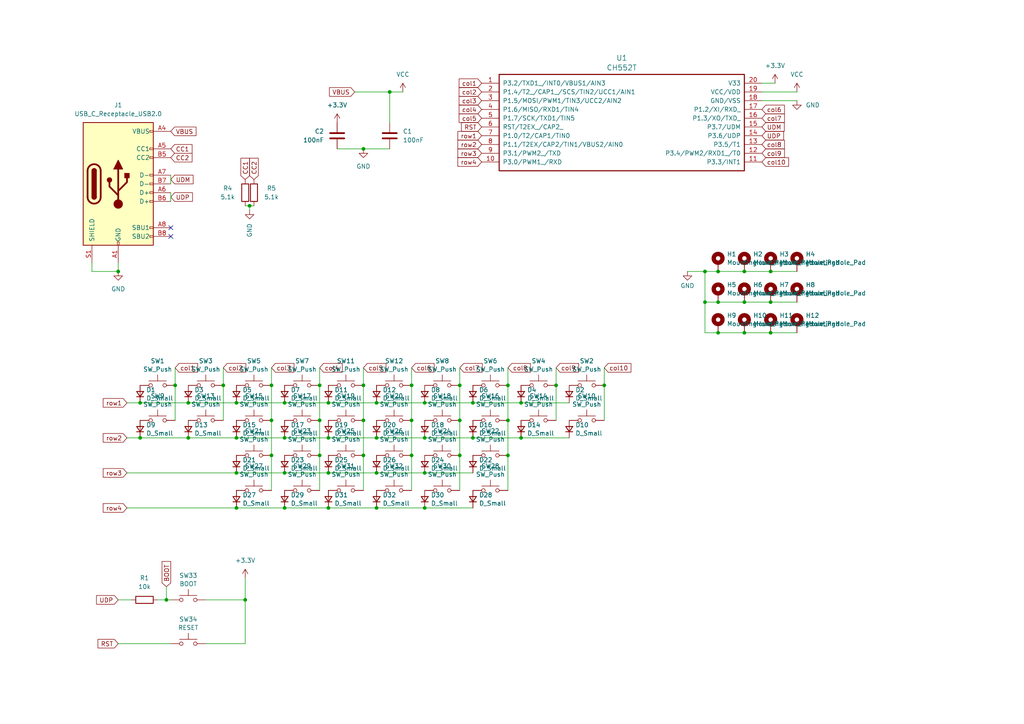
<source format=kicad_sch>
(kicad_sch (version 20230121) (generator eeschema)
  (paper "A4")
  (lib_symbols
    (symbol "Connector:USB_C_Receptacle_USB2.0" (pin_names (offset 1.016))
      (property "Reference" "J" (at -10.16 19.05 0))
      (property "Value" "USB_C_Receptacle_USB2.0" (at 19.05 19.05 0))
      (symbol "USB_C_Receptacle_USB2.0_0_0"
        (rectangle (start -0.254 -17.78) (end 0.254 -16.764))
        (rectangle (start 10.16 -14.986) (end 9.144 -15.494))
        (rectangle (start 10.16 -12.446) (end 9.144 -12.954))
        (rectangle (start 10.16 -4.826) (end 9.144 -5.334))
        (rectangle (start 10.16 -2.286) (end 9.144 -2.794))
        (rectangle (start 10.16 0.254) (end 9.144 -0.254))
        (rectangle (start 10.16 2.794) (end 9.144 2.286))
        (rectangle (start 10.16 7.874) (end 9.144 7.366))
        (rectangle (start 10.16 10.414) (end 9.144 9.906))
        (rectangle (start 10.16 15.494) (end 9.144 14.986))
      )
      (symbol "USB_C_Receptacle_USB2.0_0_1"
        (rectangle (start -10.16 17.78) (end 10.16 -17.78) (stroke (width 0.254)) (fill (type background)))
        (arc (start -8.89 -3.81) (mid -6.985 -5.7067) (end -5.08 -3.81) (stroke (width 0.508)))
        (arc (start -7.62 -3.81) (mid -6.985 -4.4423) (end -6.35 -3.81) (stroke (width 0.254)))
        (arc (start -7.62 -3.81) (mid -6.985 -4.4423) (end -6.35 -3.81) (stroke (width 0.254)) (fill (type outline)))
        (rectangle (start -7.62 -3.81) (end -6.35 3.81) (stroke (width 0.254)) (fill (type outline)))
        (arc (start -6.35 3.81) (mid -6.985 4.4423) (end -7.62 3.81) (stroke (width 0.254)))
        (arc (start -6.35 3.81) (mid -6.985 4.4423) (end -7.62 3.81) (stroke (width 0.254)) (fill (type outline)))
        (arc (start -5.08 3.81) (mid -6.985 5.7067) (end -8.89 3.81) (stroke (width 0.508)))
        (circle (center -2.54 1.143) (radius 0.635) (stroke (width 0.254)) (fill (type outline)))
        (circle (center 0 -5.842) (radius 1.27) (fill (type outline)))
        (polyline (pts (xy -8.89 -3.81) (xy -8.89 3.81)) (stroke (width 0.508)))
        (polyline (pts (xy -5.08 3.81) (xy -5.08 -3.81)) (stroke (width 0.508)))
        (polyline (pts (xy 0 -5.842) (xy 0 4.318)) (stroke (width 0.508)))
        (polyline (pts (xy 0 -3.302) (xy -2.54 -0.762) (xy -2.54 0.508)) (stroke (width 0.508)))
        (polyline (pts (xy 0 -2.032) (xy 2.54 0.508) (xy 2.54 1.778)) (stroke (width 0.508)))
        (polyline (pts (xy -1.27 4.318) (xy 0 6.858) (xy 1.27 4.318) (xy -1.27 4.318)) (stroke (width 0.254)) (fill (type outline)))
        (rectangle (start 1.905 1.778) (end 3.175 3.048) (stroke (width 0.254)) (fill (type outline)))
      )
      (symbol "USB_C_Receptacle_USB2.0_1_1"
        (pin passive line (at 0 -22.86 90) (length 5.08) (name "GND") (number "A1"))
        (pin passive line (at 0 -22.86 90) (length 5.08) hide (name "GND") (number "A12"))
        (pin passive line (at 15.24 15.24 180) (length 5.08) (name "VBUS") (number "A4"))
        (pin bidirectional line (at 15.24 10.16 180) (length 5.08) (name "CC1") (number "A5"))
        (pin bidirectional line (at 15.24 -2.54 180) (length 5.08) (name "D+") (number "A6"))
        (pin bidirectional line (at 15.24 2.54 180) (length 5.08) (name "D-") (number "A7"))
        (pin bidirectional line (at 15.24 -12.7 180) (length 5.08) (name "SBU1") (number "A8"))
        (pin passive line (at 15.24 15.24 180) (length 5.08) hide (name "VBUS") (number "A9"))
        (pin passive line (at 0 -22.86 90) (length 5.08) hide (name "GND") (number "B1"))
        (pin passive line (at 0 -22.86 90) (length 5.08) hide (name "GND") (number "B12"))
        (pin passive line (at 15.24 15.24 180) (length 5.08) hide (name "VBUS") (number "B4"))
        (pin bidirectional line (at 15.24 7.62 180) (length 5.08) (name "CC2") (number "B5"))
        (pin bidirectional line (at 15.24 -5.08 180) (length 5.08) (name "D+") (number "B6"))
        (pin bidirectional line (at 15.24 0 180) (length 5.08) (name "D-") (number "B7"))
        (pin bidirectional line (at 15.24 -15.24 180) (length 5.08) (name "SBU2") (number "B8"))
        (pin passive line (at 15.24 15.24 180) (length 5.08) hide (name "VBUS") (number "B9"))
        (pin passive line (at -7.62 -22.86 90) (length 5.08) (name "SHIELD") (number "S1"))
      )
    )
    (symbol "Device:C" (pin_numbers hide) (pin_names (offset 0.254))
      (property "Reference" "C" (at 0.635 2.54 0))
      (property "Value" "C" (at 0.635 -2.54 0))
      (symbol "C_0_1"
        (polyline (pts (xy -2.032 -0.762) (xy 2.032 -0.762)) (stroke (width 0.508)))
        (polyline (pts (xy -2.032 0.762) (xy 2.032 0.762)) (stroke (width 0.508)))
      )
      (symbol "C_1_1"
        (pin passive line (at 0 3.81 270) (length 2.794) (name "~") (number "1"))
        (pin passive line (at 0 -3.81 90) (length 2.794) (name "~") (number "2"))
      )
    )
    (symbol "Device:D_Small" (pin_numbers hide) (pin_names (offset 0.254) hide)
      (property "Reference" "D" (at -1.27 2.032 0))
      (property "Value" "D_Small" (at -3.81 -2.032 0))
      (symbol "D_Small_0_1"
        (polyline (pts (xy -0.762 -1.016) (xy -0.762 1.016)) (stroke (width 0.254)))
        (polyline (pts (xy -0.762 0) (xy 0.762 0)))
        (polyline (pts (xy 0.762 -1.016) (xy -0.762 0) (xy 0.762 1.016) (xy 0.762 -1.016)) (stroke (width 0.254)))
      )
      (symbol "D_Small_1_1"
        (pin passive line (at -2.54 0 0) (length 1.778) (name "K") (number "1"))
        (pin passive line (at 2.54 0 180) (length 1.778) (name "A") (number "2"))
      )
    )
    (symbol "Device:R" (pin_numbers hide) (pin_names (offset 0))
      (property "Reference" "R" (at 2.032 0 90))
      (property "Value" "R" (at 0 0 90))
      (symbol "R_0_1"
        (rectangle (start -1.016 -2.54) (end 1.016 2.54) (stroke (width 0.254)))
      )
      (symbol "R_1_1"
        (pin passive line (at 0 3.81 270) (length 1.27) (name "~") (number "1"))
        (pin passive line (at 0 -3.81 90) (length 1.27) (name "~") (number "2"))
      )
    )
    (symbol "Mechanical:MountingHole_Pad" (pin_numbers hide) (pin_names (offset 1.016) hide)
      (property "Reference" "H" (at 0 6.35 0))
      (property "Value" "MountingHole_Pad" (at 0 4.445 0))
      (symbol "MountingHole_Pad_0_1"
        (circle (center 0 1.27) (radius 1.27) (stroke (width 1.27)))
      )
      (symbol "MountingHole_Pad_1_1"
        (pin input line (at 0 -2.54 90) (length 2.54) (name "1") (number "1"))
      )
    )
    (symbol "Switch:SW_Push" (pin_numbers hide) (pin_names (offset 1.016) hide)
      (property "Reference" "SW" (at 1.27 2.54 0))
      (property "Value" "SW_Push" (at 0 -1.524 0))
      (symbol "SW_Push_0_1"
        (circle (center -2.032 0) (radius 0.508))
        (polyline (pts (xy 0 1.27) (xy 0 3.048)))
        (polyline (pts (xy 2.54 1.27) (xy -2.54 1.27)))
        (circle (center 2.032 0) (radius 0.508))
        (pin passive line (at -5.08 0 0) (length 2.54) (name "1") (number "1"))
        (pin passive line (at 5.08 0 180) (length 2.54) (name "2") (number "2"))
      )
    )
    (symbol "power:+3.3V" (power) (pin_names (offset 0))
      (property "Value" "+3.3V" (at 0 3.556 0))
      (symbol "+3.3V_0_1"
        (polyline (pts (xy -0.762 1.27) (xy 0 2.54)))
        (polyline (pts (xy 0 0) (xy 0 2.54)))
        (polyline (pts (xy 0 2.54) (xy 0.762 1.27)))
      )
      (symbol "+3.3V_1_1"
        (pin power_in line (at 0 0 90) (length 0) hide (name "+3.3V") (number "1"))
      )
    )
    (symbol "power:GND" (power) (pin_names (offset 0))
      (property "Value" "GND" (at 0 -3.81 0))
      (symbol "GND_0_1"
        (polyline (pts (xy 0 0) (xy 0 -1.27) (xy 1.27 -1.27) (xy 0 -2.54) (xy -1.27 -1.27) (xy 0 -1.27)))
      )
      (symbol "GND_1_1"
        (pin power_in line (at 0 0 270) (length 0) hide (name "GND") (number "1"))
      )
    )
    (symbol "power:VCC" (power) (pin_names (offset 0))
      (property "Value" "VCC" (at 0 3.81 0))
      (symbol "VCC_0_1"
        (polyline (pts (xy -0.762 1.27) (xy 0 2.54)))
        (polyline (pts (xy 0 0) (xy 0 2.54)))
        (polyline (pts (xy 0 2.54) (xy 0.762 1.27)))
      )
      (symbol "VCC_1_1"
        (pin power_in line (at 0 0 90) (length 0) hide (name "VCC") (number "1"))
      )
    )
    (symbol "wch:CH552T" (pin_names (offset 1.016))
      (property "Reference" "U" (at 5.08 6.35 0))
      (property "Value" "CH552T" (at 5.08 3.81 0))
      (symbol "CH552T_1_1"
        (rectangle (start 5.08 2.54) (end 76.2 -25.4) (stroke (width 0.3048)))
        (pin bidirectional line (at 0 0 0) (length 5.08) (name "P3.2/TXD1_/INT0/VBUS1/AIN3") (number "1"))
        (pin bidirectional line (at 0 -22.86 0) (length 5.08) (name "P3.0/PWM1_/RXD") (number "10"))
        (pin bidirectional line (at 81.28 -22.86 180) (length 5.08) (name "P3.3/INT1") (number "11"))
        (pin bidirectional line (at 81.28 -20.32 180) (length 5.08) (name "P3.4/PWM2/RXD1_/T0") (number "12"))
        (pin bidirectional line (at 81.28 -17.78 180) (length 5.08) (name "P3.5/T1") (number "13"))
        (pin bidirectional line (at 81.28 -15.24 180) (length 5.08) (name "P3.6/UDP") (number "14"))
        (pin bidirectional line (at 81.28 -12.7 180) (length 5.08) (name "P3.7/UDM") (number "15"))
        (pin bidirectional line (at 81.28 -10.16 180) (length 5.08) (name "P1.3/XO/TXD_") (number "16"))
        (pin bidirectional line (at 81.28 -7.62 180) (length 5.08) (name "P1.2/XI/RXD_") (number "17"))
        (pin power_in line (at 81.28 -5.08 180) (length 5.08) (name "GND/VSS") (number "18"))
        (pin power_in line (at 81.28 -2.54 180) (length 5.08) (name "VCC/VDD") (number "19"))
        (pin bidirectional line (at 0 -2.54 0) (length 5.08) (name "P1.4/T2_/CAP1_/SCS/TIN2/UCC1/AIN1") (number "2"))
        (pin power_in line (at 81.28 0 180) (length 5.08) (name "V33") (number "20"))
        (pin bidirectional line (at 0 -5.08 0) (length 5.08) (name "P1.5/MOSI/PWM1/TIN3/UCC2/AIN2") (number "3"))
        (pin bidirectional line (at 0 -7.62 0) (length 5.08) (name "P1.6/MISO/RXD1/TIN4") (number "4"))
        (pin bidirectional line (at 0 -10.16 0) (length 5.08) (name "P1.7/SCK/TXD1/TIN5") (number "5"))
        (pin bidirectional line (at 0 -12.7 0) (length 5.08) (name "RST/T2EX_/CAP2_") (number "6"))
        (pin bidirectional line (at 0 -15.24 0) (length 5.08) (name "P1.0/T2/CAP1/TIN0") (number "7"))
        (pin bidirectional line (at 0 -17.78 0) (length 5.08) (name "P1.1/T2EX/CAP2/TIN1/VBUS2/AIN0") (number "8"))
        (pin bidirectional line (at 0 -20.32 0) (length 5.08) (name "P3.1/PWM2_/TXD") (number "9"))
      )
    )
  )
  (junction (at 105.41 111.76))
  (junction (at 137.16 127))
  (junction (at 92.71 111.76))
  (junction (at 123.19 147.32))
  (junction (at 109.22 147.32))
  (junction (at 223.52 96.52))
  (junction (at 109.22 116.84))
  (junction (at 92.71 121.92))
  (junction (at 78.74 132.08))
  (junction (at 50.8 111.76))
  (junction (at 204.47 87.63))
  (junction (at 68.58 116.84))
  (junction (at 95.25 116.84))
  (junction (at 82.55 127))
  (junction (at 68.58 127))
  (junction (at 175.26 111.76))
  (junction (at 82.55 116.84))
  (junction (at 78.74 121.92))
  (junction (at 64.77 111.76))
  (junction (at 113.03 26.67))
  (junction (at 123.19 127))
  (junction (at 109.22 127))
  (junction (at 119.38 132.08))
  (junction (at 105.41 121.92))
  (junction (at 208.28 78.74))
  (junction (at 68.58 137.16))
  (junction (at 71.12 173.99))
  (junction (at 40.64 127))
  (junction (at 133.35 132.08))
  (junction (at 105.41 43.18))
  (junction (at 204.47 78.74))
  (junction (at 223.52 78.74))
  (junction (at 123.19 137.16))
  (junction (at 137.16 116.84))
  (junction (at 72.39 59.69))
  (junction (at 48.26 173.99))
  (junction (at 215.9 78.74))
  (junction (at 147.32 121.92))
  (junction (at 208.28 87.63))
  (junction (at 95.25 137.16))
  (junction (at 208.28 96.52))
  (junction (at 215.9 96.52))
  (junction (at 147.32 132.08))
  (junction (at 133.35 111.76))
  (junction (at 133.35 121.92))
  (junction (at 223.52 87.63))
  (junction (at 95.25 147.32))
  (junction (at 54.61 127))
  (junction (at 95.25 127))
  (junction (at 215.9 87.63))
  (junction (at 151.13 116.84))
  (junction (at 92.71 132.08))
  (junction (at 109.22 137.16))
  (junction (at 82.55 147.32))
  (junction (at 147.32 111.76))
  (junction (at 119.38 121.92))
  (junction (at 34.29 78.74))
  (junction (at 151.13 127))
  (junction (at 54.61 116.84))
  (junction (at 123.19 116.84))
  (junction (at 40.64 116.84))
  (junction (at 68.58 147.32))
  (junction (at 119.38 111.76))
  (junction (at 105.41 132.08))
  (junction (at 161.29 111.76))
  (junction (at 82.55 137.16))
  (junction (at 78.74 111.76))
  (no_connect (at 49.53 68.58))
  (no_connect (at 49.53 66.04))
  (wire (pts (xy 40.64 116.84) (xy 54.61 116.84)))
  (wire (pts (xy 133.35 111.76) (xy 133.35 121.92)))
  (wire (pts (xy 161.29 111.76) (xy 161.29 121.92)))
  (wire (pts (xy 95.25 116.84) (xy 109.22 116.84)))
  (wire (pts (xy 92.71 132.08) (xy 92.71 142.24)))
  (wire (pts (xy 133.35 106.68) (xy 133.35 111.76)))
  (wire (pts (xy 26.67 76.2) (xy 26.67 78.74)))
  (wire (pts (xy 220.98 24.13) (xy 224.79 24.13)))
  (wire (pts (xy 82.55 127) (xy 95.25 127)))
  (wire (pts (xy 147.32 106.68) (xy 147.32 111.76)))
  (wire (pts (xy 161.29 106.68) (xy 161.29 111.76)))
  (wire (pts (xy 113.03 26.67) (xy 113.03 35.56)))
  (wire (pts (xy 49.53 50.8) (xy 49.53 53.34)))
  (wire (pts (xy 36.83 127) (xy 40.64 127)))
  (wire (pts (xy 59.69 173.99) (xy 71.12 173.99)))
  (wire (pts (xy 71.12 186.69) (xy 59.69 186.69)))
  (wire (pts (xy 204.47 96.52) (xy 208.28 96.52)))
  (wire (pts (xy 119.38 111.76) (xy 119.38 121.92)))
  (wire (pts (xy 223.52 96.52) (xy 231.14 96.52)))
  (wire (pts (xy 68.58 147.32) (xy 82.55 147.32)))
  (wire (pts (xy 199.39 78.74) (xy 204.47 78.74)))
  (wire (pts (xy 231.14 78.74) (xy 223.52 78.74)))
  (wire (pts (xy 95.25 127) (xy 109.22 127)))
  (wire (pts (xy 82.55 147.32) (xy 95.25 147.32)))
  (wire (pts (xy 204.47 87.63) (xy 208.28 87.63)))
  (wire (pts (xy 147.32 132.08) (xy 147.32 142.24)))
  (wire (pts (xy 223.52 87.63) (xy 231.14 87.63)))
  (wire (pts (xy 151.13 127) (xy 165.1 127)))
  (wire (pts (xy 40.64 127) (xy 54.61 127)))
  (wire (pts (xy 231.14 29.21) (xy 220.98 29.21)))
  (wire (pts (xy 92.71 106.68) (xy 92.71 111.76)))
  (wire (pts (xy 26.67 78.74) (xy 34.29 78.74)))
  (wire (pts (xy 49.53 55.88) (xy 49.53 58.42)))
  (wire (pts (xy 204.47 87.63) (xy 204.47 96.52)))
  (wire (pts (xy 220.98 26.67) (xy 231.14 26.67)))
  (wire (pts (xy 82.55 116.84) (xy 95.25 116.84)))
  (wire (pts (xy 54.61 127) (xy 68.58 127)))
  (wire (pts (xy 78.74 111.76) (xy 78.74 121.92)))
  (wire (pts (xy 137.16 127) (xy 151.13 127)))
  (wire (pts (xy 123.19 116.84) (xy 137.16 116.84)))
  (wire (pts (xy 50.8 106.68) (xy 50.8 111.76)))
  (wire (pts (xy 147.32 111.76) (xy 147.32 121.92)))
  (wire (pts (xy 119.38 106.68) (xy 119.38 111.76)))
  (wire (pts (xy 102.87 26.67) (xy 113.03 26.67)))
  (wire (pts (xy 36.83 147.32) (xy 68.58 147.32)))
  (wire (pts (xy 105.41 132.08) (xy 105.41 142.24)))
  (wire (pts (xy 175.26 106.68) (xy 175.26 111.76)))
  (wire (pts (xy 109.22 137.16) (xy 123.19 137.16)))
  (wire (pts (xy 123.19 127) (xy 137.16 127)))
  (wire (pts (xy 45.72 173.99) (xy 48.26 173.99)))
  (wire (pts (xy 123.19 147.32) (xy 137.16 147.32)))
  (wire (pts (xy 36.83 137.16) (xy 68.58 137.16)))
  (wire (pts (xy 133.35 132.08) (xy 133.35 142.24)))
  (wire (pts (xy 105.41 121.92) (xy 105.41 132.08)))
  (wire (pts (xy 68.58 137.16) (xy 82.55 137.16)))
  (wire (pts (xy 71.12 173.99) (xy 71.12 186.69)))
  (wire (pts (xy 95.25 137.16) (xy 109.22 137.16)))
  (wire (pts (xy 34.29 173.99) (xy 38.1 173.99)))
  (wire (pts (xy 119.38 121.92) (xy 119.38 132.08)))
  (wire (pts (xy 72.39 59.69) (xy 73.66 59.69)))
  (wire (pts (xy 208.28 87.63) (xy 215.9 87.63)))
  (wire (pts (xy 133.35 121.92) (xy 133.35 132.08)))
  (wire (pts (xy 64.77 106.68) (xy 64.77 111.76)))
  (wire (pts (xy 109.22 127) (xy 123.19 127)))
  (wire (pts (xy 48.26 173.99) (xy 49.53 173.99)))
  (wire (pts (xy 119.38 132.08) (xy 119.38 142.24)))
  (wire (pts (xy 72.39 59.69) (xy 72.39 60.96)))
  (wire (pts (xy 97.79 43.18) (xy 105.41 43.18)))
  (wire (pts (xy 215.9 96.52) (xy 223.52 96.52)))
  (wire (pts (xy 208.28 78.74) (xy 204.47 78.74)))
  (wire (pts (xy 78.74 106.68) (xy 78.74 111.76)))
  (wire (pts (xy 215.9 87.63) (xy 223.52 87.63)))
  (wire (pts (xy 50.8 111.76) (xy 50.8 121.92)))
  (wire (pts (xy 137.16 116.84) (xy 151.13 116.84)))
  (wire (pts (xy 208.28 96.52) (xy 215.9 96.52)))
  (wire (pts (xy 78.74 121.92) (xy 78.74 132.08)))
  (wire (pts (xy 68.58 116.84) (xy 82.55 116.84)))
  (wire (pts (xy 113.03 26.67) (xy 116.84 26.67)))
  (wire (pts (xy 71.12 59.69) (xy 72.39 59.69)))
  (wire (pts (xy 123.19 137.16) (xy 137.16 137.16)))
  (wire (pts (xy 105.41 43.18) (xy 113.03 43.18)))
  (wire (pts (xy 71.12 167.64) (xy 71.12 173.99)))
  (wire (pts (xy 223.52 78.74) (xy 215.9 78.74)))
  (wire (pts (xy 54.61 116.84) (xy 68.58 116.84)))
  (wire (pts (xy 105.41 111.76) (xy 105.41 121.92)))
  (wire (pts (xy 109.22 116.84) (xy 123.19 116.84)))
  (wire (pts (xy 48.26 170.18) (xy 48.26 173.99)))
  (wire (pts (xy 109.22 147.32) (xy 123.19 147.32)))
  (wire (pts (xy 36.83 116.84) (xy 40.64 116.84)))
  (wire (pts (xy 147.32 121.92) (xy 147.32 132.08)))
  (wire (pts (xy 68.58 127) (xy 82.55 127)))
  (wire (pts (xy 95.25 147.32) (xy 109.22 147.32)))
  (wire (pts (xy 175.26 111.76) (xy 175.26 121.92)))
  (wire (pts (xy 151.13 116.84) (xy 165.1 116.84)))
  (wire (pts (xy 92.71 121.92) (xy 92.71 132.08)))
  (wire (pts (xy 105.41 106.68) (xy 105.41 111.76)))
  (wire (pts (xy 34.29 186.69) (xy 49.53 186.69)))
  (wire (pts (xy 34.29 76.2) (xy 34.29 78.74)))
  (wire (pts (xy 215.9 78.74) (xy 208.28 78.74)))
  (wire (pts (xy 78.74 132.08) (xy 78.74 142.24)))
  (wire (pts (xy 204.47 78.74) (xy 204.47 87.63)))
  (wire (pts (xy 64.77 111.76) (xy 64.77 121.92)))
  (wire (pts (xy 92.71 111.76) (xy 92.71 121.92)))
  (wire (pts (xy 82.55 137.16) (xy 95.25 137.16)))
  (global_label "col4" (shape input) (at 92.71 106.68 0) (property "Intersheetrefs" "${INTERSHEET_REFS}" (effects hide)))
  (global_label "col1" (shape input) (at 50.8 106.68 0) (property "Intersheetrefs" "${INTERSHEET_REFS}" (effects hide)))
  (global_label "row2" (shape input) (at 36.83 127 180) (property "Intersheetrefs" "${INTERSHEET_REFS}" (effects hide)))
  (global_label "CC1" (shape input) (at 49.53 43.18 0) (property "Intersheetrefs" "${INTERSHEET_REFS}" (effects hide)))
  (global_label "col3" (shape input) (at 78.74 106.68 0) (property "Intersheetrefs" "${INTERSHEET_REFS}" (effects hide)))
  (global_label "col9" (shape input) (at 161.29 106.68 0) (property "Intersheetrefs" "${INTERSHEET_REFS}" (effects hide)))
  (global_label "row1" (shape input) (at 139.7 39.37 180) (property "Intersheetrefs" "${INTERSHEET_REFS}" (effects hide)))
  (global_label "UDP" (shape input) (at 220.98 39.37 0) (property "Intersheetrefs" "${INTERSHEET_REFS}" (effects hide)))
  (global_label "col4" (shape input) (at 139.7 31.75 180) (property "Intersheetrefs" "${INTERSHEET_REFS}" (effects hide)))
  (global_label "col1" (shape input) (at 139.7 24.13 180) (property "Intersheetrefs" "${INTERSHEET_REFS}" (effects hide)))
  (global_label "UDM" (shape input) (at 220.98 36.83 0) (property "Intersheetrefs" "${INTERSHEET_REFS}" (effects hide)))
  (global_label "col5" (shape input) (at 105.41 106.68 0) (property "Intersheetrefs" "${INTERSHEET_REFS}" (effects hide)))
  (global_label "CC2" (shape input) (at 49.53 45.72 0) (property "Intersheetrefs" "${INTERSHEET_REFS}" (effects hide)))
  (global_label "UDP" (shape input) (at 49.53 57.15 0) (property "Intersheetrefs" "${INTERSHEET_REFS}" (effects hide)))
  (global_label "CC1" (shape input) (at 71.12 52.07 90) (property "Intersheetrefs" "${INTERSHEET_REFS}" (effects hide)))
  (global_label "col7" (shape input) (at 220.98 34.29 0) (property "Intersheetrefs" "${INTERSHEET_REFS}" (effects hide)))
  (global_label "col3" (shape input) (at 139.7 29.21 180) (property "Intersheetrefs" "${INTERSHEET_REFS}" (effects hide)))
  (global_label "col2" (shape input) (at 139.7 26.67 180) (property "Intersheetrefs" "${INTERSHEET_REFS}" (effects hide)))
  (global_label "col5" (shape input) (at 139.7 34.29 180) (property "Intersheetrefs" "${INTERSHEET_REFS}" (effects hide)))
  (global_label "UDP" (shape input) (at 34.29 173.99 180) (property "Intersheetrefs" "${INTERSHEET_REFS}" (effects hide)))
  (global_label "col2" (shape input) (at 64.77 106.68 0) (property "Intersheetrefs" "${INTERSHEET_REFS}" (effects hide)))
  (global_label "VBUS" (shape input) (at 102.87 26.67 180) (property "Intersheetrefs" "${INTERSHEET_REFS}" (effects hide)))
  (global_label "col9" (shape input) (at 220.98 44.45 0) (property "Intersheetrefs" "${INTERSHEET_REFS}" (effects hide)))
  (global_label "row2" (shape input) (at 139.7 41.91 180) (property "Intersheetrefs" "${INTERSHEET_REFS}" (effects hide)))
  (global_label "VBUS" (shape input) (at 49.53 38.1 0) (property "Intersheetrefs" "${INTERSHEET_REFS}" (effects hide)))
  (global_label "row3" (shape input) (at 139.7 44.45 180) (property "Intersheetrefs" "${INTERSHEET_REFS}" (effects hide)))
  (global_label "col10" (shape input) (at 220.98 46.99 0) (property "Intersheetrefs" "${INTERSHEET_REFS}" (effects hide)))
  (global_label "BOOT" (shape input) (at 48.26 170.18 90) (property "Intersheetrefs" "${INTERSHEET_REFS}" (effects hide)))
  (global_label "row4" (shape input) (at 139.7 46.99 180) (property "Intersheetrefs" "${INTERSHEET_REFS}" (effects hide)))
  (global_label "col8" (shape input) (at 220.98 41.91 0) (property "Intersheetrefs" "${INTERSHEET_REFS}" (effects hide)))
  (global_label "row4" (shape input) (at 36.83 147.32 180) (property "Intersheetrefs" "${INTERSHEET_REFS}" (effects hide)))
  (global_label "col7" (shape input) (at 133.35 106.68 0) (property "Intersheetrefs" "${INTERSHEET_REFS}" (effects hide)))
  (global_label "RST" (shape input) (at 139.7 36.83 180) (property "Intersheetrefs" "${INTERSHEET_REFS}" (effects hide)))
  (global_label "row3" (shape input) (at 36.83 137.16 180) (property "Intersheetrefs" "${INTERSHEET_REFS}" (effects hide)))
  (global_label "UDM" (shape input) (at 49.53 52.07 0) (property "Intersheetrefs" "${INTERSHEET_REFS}" (effects hide)))
  (global_label "col10" (shape input) (at 175.26 106.68 0) (property "Intersheetrefs" "${INTERSHEET_REFS}" (effects hide)))
  (global_label "CC2" (shape input) (at 73.66 52.07 90) (property "Intersheetrefs" "${INTERSHEET_REFS}" (effects hide)))
  (global_label "RST" (shape input) (at 34.29 186.69 180) (property "Intersheetrefs" "${INTERSHEET_REFS}" (effects hide)))
  (global_label "col6" (shape input) (at 119.38 106.68 0) (property "Intersheetrefs" "${INTERSHEET_REFS}" (effects hide)))
  (global_label "col8" (shape input) (at 147.32 106.68 0) (property "Intersheetrefs" "${INTERSHEET_REFS}" (effects hide)))
  (global_label "row1" (shape input) (at 36.83 116.84 180) (property "Intersheetrefs" "${INTERSHEET_REFS}" (effects hide)))
  (global_label "col6" (shape input) (at 220.98 31.75 0) (property "Intersheetrefs" "${INTERSHEET_REFS}" (effects hide)))
  (symbol (lib_id "Switch:SW_Push") (at 100.33 132.08 0) (unit 1)
    (property "Reference" "SW25" (at 100.33 125.0147 0))
    (property "Value" "SW_Push" (at 100.33 127.4389 0))
    (property "Footprint" "userlib:SW_Gateron_LowProfile_THT" (effects hide))
  )
  (symbol (lib_id "power:+3.3V") (at 97.79 35.56 0) (mirror y) (unit 1)
    (property "Reference" "#PWR06" (effects hide))
    (property "Value" "+3.3V" (at 97.79 30.48 0))
  )
  (symbol (lib_id "Switch:SW_Push") (at 87.63 142.24 0) (unit 1)
    (property "Reference" "SW29" (at 87.63 135.1747 0))
    (property "Value" "SW_Push" (at 87.63 137.5989 0))
    (property "Footprint" "userlib:SW_Gateron_LowProfile_THT" (effects hide))
  )
  (symbol (lib_id "Switch:SW_Push") (at 73.66 121.92 0) (unit 1)
    (property "Reference" "SW15" (at 73.66 114.8547 0))
    (property "Value" "SW_Push" (at 73.66 117.2789 0))
    (property "Footprint" "userlib:SW_Gateron_LowProfile_THT" (effects hide))
  )
  (symbol (lib_id "Device:D_Small") (at 68.58 124.46 90) (unit 1)
    (property "Reference" "D15" (at 70.358 123.2479 90) (effects (justify right)))
    (property "Value" "D_Small" (at 70.358 125.6721 90) (effects (justify right)))
    (property "Footprint" "Diode_SMD:D_SOD-323" (effects hide))
    (property "Sim.Device" "D" (effects hide))
    (property "Sim.Pins" "1=K 2=A" (effects hide))
  )
  (symbol (lib_id "Device:D_Small") (at 68.58 134.62 90) (unit 1)
    (property "Reference" "D21" (at 70.358 133.4079 90) (effects (justify right)))
    (property "Value" "D_Small" (at 70.358 135.8321 90) (effects (justify right)))
    (property "Footprint" "Diode_SMD:D_SOD-323" (effects hide))
    (property "Sim.Device" "D" (effects hide))
    (property "Sim.Pins" "1=K 2=A" (effects hide))
  )
  (symbol (lib_id "Device:D_Small") (at 109.22 134.62 90) (unit 1)
    (property "Reference" "D26" (at 110.998 133.4079 90) (effects (justify right)))
    (property "Value" "D_Small" (at 110.998 135.8321 90) (effects (justify right)))
    (property "Footprint" "Diode_SMD:D_SOD-323" (effects hide))
    (property "Sim.Device" "D" (effects hide))
    (property "Sim.Pins" "1=K 2=A" (effects hide))
  )
  (symbol (lib_id "Device:R") (at 73.66 55.88 0) (mirror y) (unit 1)
    (property "Reference" "R5" (at 78.74 54.61 0))
    (property "Value" "5.1k" (at 78.74 57.15 0))
    (property "Footprint" "Resistor_SMD:R_0402_1005Metric" (effects hide))
    (property "LCSC" "C25905" (effects hide))
  )
  (symbol (lib_id "Device:D_Small") (at 165.1 124.46 90) (unit 1)
    (property "Reference" "D10" (at 166.878 123.2479 90) (effects (justify right)))
    (property "Value" "D_Small" (at 166.878 125.6721 90) (effects (justify right)))
    (property "Footprint" "Diode_SMD:D_SOD-323" (effects hide))
    (property "Sim.Device" "D" (effects hide))
    (property "Sim.Pins" "1=K 2=A" (effects hide))
  )
  (symbol (lib_id "Mechanical:MountingHole_Pad") (at 231.14 93.98 0) (unit 1)
    (property "Reference" "H12" (at 233.68 91.4979 0) (effects (justify left)))
    (property "Value" "MountingHole_Pad" (at 233.68 93.9221 0) (effects (justify left)))
    (property "Footprint" "userlib:SMTSO-M1.6" (effects hide))
  )
  (symbol (lib_id "Device:D_Small") (at 82.55 114.3 90) (unit 1)
    (property "Reference" "D7" (at 84.328 113.0879 90) (effects (justify right)))
    (property "Value" "D_Small" (at 84.328 115.5121 90) (effects (justify right)))
    (property "Footprint" "Diode_SMD:D_SOD-323" (effects hide))
    (property "Sim.Device" "D" (effects hide))
    (property "Sim.Pins" "1=K 2=A" (effects hide))
  )
  (symbol (lib_id "Switch:SW_Push") (at 59.69 111.76 0) (unit 1)
    (property "Reference" "SW3" (at 59.69 104.6947 0))
    (property "Value" "SW_Push" (at 59.69 107.1189 0))
    (property "Footprint" "userlib:SW_Gateron_LowProfile_THT" (effects hide))
  )
  (symbol (lib_id "wch:CH552T") (at 139.7 24.13 0) (unit 1)
    (property "Reference" "U1" (at 180.34 16.8074 0) (effects (font (size 1.524 1.524))))
    (property "Value" "CH552T" (at 180.34 19.6402 0) (effects (font (size 1.524 1.524))))
    (property "Footprint" "Package_SO:TSSOP-20_4.4x6.5mm_P0.65mm" (effects hide))
    (property "Datasheet" "http://www.wch.cn/downloads/file/241.html" (effects hide))
  )
  (symbol (lib_id "Device:D_Small") (at 123.19 114.3 90) (unit 1)
    (property "Reference" "D8" (at 124.968 113.0879 90) (effects (justify right)))
    (property "Value" "D_Small" (at 124.968 115.5121 90) (effects (justify right)))
    (property "Footprint" "Diode_SMD:D_SOD-323" (effects hide))
    (property "Sim.Device" "D" (effects hide))
    (property "Sim.Pins" "1=K 2=A" (effects hide))
  )
  (symbol (lib_id "Switch:SW_Push") (at 128.27 121.92 0) (unit 1)
    (property "Reference" "SW18" (at 128.27 114.8547 0))
    (property "Value" "SW_Push" (at 128.27 117.2789 0))
    (property "Footprint" "userlib:SW_Gateron_LowProfile_THT" (effects hide))
  )
  (symbol (lib_id "Device:D_Small") (at 151.13 114.3 90) (unit 1)
    (property "Reference" "D4" (at 152.908 113.0879 90) (effects (justify right)))
    (property "Value" "D_Small" (at 152.908 115.5121 90) (effects (justify right)))
    (property "Footprint" "Diode_SMD:D_SOD-323" (effects hide))
    (property "Sim.Device" "D" (effects hide))
    (property "Sim.Pins" "1=K 2=A" (effects hide))
  )
  (symbol (lib_id "Device:D_Small") (at 123.19 124.46 90) (unit 1)
    (property "Reference" "D18" (at 124.968 123.2479 90) (effects (justify right)))
    (property "Value" "D_Small" (at 124.968 125.6721 90) (effects (justify right)))
    (property "Footprint" "Diode_SMD:D_SOD-323" (effects hide))
    (property "Sim.Device" "D" (effects hide))
    (property "Sim.Pins" "1=K 2=A" (effects hide))
  )
  (symbol (lib_id "Switch:SW_Push") (at 87.63 111.76 0) (unit 1)
    (property "Reference" "SW7" (at 87.63 104.6947 0))
    (property "Value" "SW_Push" (at 87.63 107.1189 0))
    (property "Footprint" "userlib:SW_Gateron_LowProfile_THT" (effects hide))
  )
  (symbol (lib_id "Device:D_Small") (at 54.61 114.3 90) (unit 1)
    (property "Reference" "D3" (at 56.388 113.0879 90) (effects (justify right)))
    (property "Value" "D_Small" (at 56.388 115.5121 90) (effects (justify right)))
    (property "Footprint" "Diode_SMD:D_SOD-323" (effects hide))
    (property "Sim.Device" "D" (effects hide))
    (property "Sim.Pins" "1=K 2=A" (effects hide))
  )
  (symbol (lib_id "Switch:SW_Push") (at 100.33 142.24 0) (unit 1)
    (property "Reference" "SW31" (at 100.33 135.1747 0))
    (property "Value" "SW_Push" (at 100.33 137.5989 0))
    (property "Footprint" "userlib:SW_Gateron_LowProfile_THT" (effects hide))
  )
  (symbol (lib_id "Device:D_Small") (at 95.25 134.62 90) (unit 1)
    (property "Reference" "D25" (at 97.028 133.4079 90) (effects (justify right)))
    (property "Value" "D_Small" (at 97.028 135.8321 90) (effects (justify right)))
    (property "Footprint" "Diode_SMD:D_SOD-323" (effects hide))
    (property "Sim.Device" "D" (effects hide))
    (property "Sim.Pins" "1=K 2=A" (effects hide))
  )
  (symbol (lib_id "Switch:SW_Push") (at 114.3 142.24 0) (unit 1)
    (property "Reference" "SW32" (at 114.3 135.1747 0))
    (property "Value" "SW_Push" (at 114.3 137.5989 0))
    (property "Footprint" "userlib:SW_Gateron_LowProfile_THT" (effects hide))
  )
  (symbol (lib_id "Switch:SW_Push") (at 114.3 111.76 0) (unit 1)
    (property "Reference" "SW12" (at 114.3 104.6947 0))
    (property "Value" "SW_Push" (at 114.3 107.1189 0))
    (property "Footprint" "userlib:SW_Gateron_LowProfile_THT" (effects hide))
  )
  (symbol (lib_id "Device:D_Small") (at 95.25 114.3 90) (unit 1)
    (property "Reference" "D11" (at 97.028 113.0879 90) (effects (justify right)))
    (property "Value" "D_Small" (at 97.028 115.5121 90) (effects (justify right)))
    (property "Footprint" "Diode_SMD:D_SOD-323" (effects hide))
    (property "Sim.Device" "D" (effects hide))
    (property "Sim.Pins" "1=K 2=A" (effects hide))
  )
  (symbol (lib_id "Device:D_Small") (at 123.19 144.78 90) (unit 1)
    (property "Reference" "D30" (at 124.968 143.5679 90) (effects (justify right)))
    (property "Value" "D_Small" (at 124.968 145.9921 90) (effects (justify right)))
    (property "Footprint" "Diode_SMD:D_SOD-323" (effects hide))
    (property "Sim.Device" "D" (effects hide))
    (property "Sim.Pins" "1=K 2=A" (effects hide))
  )
  (symbol (lib_id "power:VCC") (at 231.14 26.67 0) (unit 1)
    (property "Reference" "#PWR05" (effects hide))
    (property "Value" "VCC" (at 231.14 21.59 0))
  )
  (symbol (lib_id "Device:D_Small") (at 109.22 114.3 90) (unit 1)
    (property "Reference" "D12" (at 110.998 113.0879 90) (effects (justify right)))
    (property "Value" "D_Small" (at 110.998 115.5121 90) (effects (justify right)))
    (property "Footprint" "Diode_SMD:D_SOD-323" (effects hide))
    (property "Sim.Device" "D" (effects hide))
    (property "Sim.Pins" "1=K 2=A" (effects hide))
  )
  (symbol (lib_id "Switch:SW_Push") (at 73.66 132.08 0) (unit 1)
    (property "Reference" "SW21" (at 73.66 125.0147 0))
    (property "Value" "SW_Push" (at 73.66 127.4389 0))
    (property "Footprint" "userlib:SW_Gateron_LowProfile_THT" (effects hide))
  )
  (symbol (lib_id "Device:D_Small") (at 137.16 124.46 90) (unit 1)
    (property "Reference" "D16" (at 138.938 123.2479 90) (effects (justify right)))
    (property "Value" "D_Small" (at 138.938 125.6721 90) (effects (justify right)))
    (property "Footprint" "Diode_SMD:D_SOD-323" (effects hide))
    (property "Sim.Device" "D" (effects hide))
    (property "Sim.Pins" "1=K 2=A" (effects hide))
  )
  (symbol (lib_id "power:GND") (at 72.39 60.96 0) (mirror y) (unit 1)
    (property "Reference" "#PWR07" (effects hide))
    (property "Value" "GND" (at 72.39 64.77 90) (effects (justify right)))
  )
  (symbol (lib_id "Device:D_Small") (at 109.22 144.78 90) (unit 1)
    (property "Reference" "D32" (at 110.998 143.5679 90) (effects (justify right)))
    (property "Value" "D_Small" (at 110.998 145.9921 90) (effects (justify right)))
    (property "Footprint" "Diode_SMD:D_SOD-323" (effects hide))
    (property "Sim.Device" "D" (effects hide))
    (property "Sim.Pins" "1=K 2=A" (effects hide))
  )
  (symbol (lib_id "Mechanical:MountingHole_Pad") (at 208.28 85.09 0) (unit 1)
    (property "Reference" "H5" (at 210.82 82.6079 0) (effects (justify left)))
    (property "Value" "MountingHole_Pad" (at 210.82 85.0321 0) (effects (justify left)))
    (property "Footprint" "userlib:SMTSO-M1.6" (effects hide))
  )
  (symbol (lib_id "Device:D_Small") (at 123.19 134.62 90) (unit 1)
    (property "Reference" "D24" (at 124.968 133.4079 90) (effects (justify right)))
    (property "Value" "D_Small" (at 124.968 135.8321 90) (effects (justify right)))
    (property "Footprint" "Diode_SMD:D_SOD-323" (effects hide))
    (property "Sim.Device" "D" (effects hide))
    (property "Sim.Pins" "1=K 2=A" (effects hide))
  )
  (symbol (lib_id "Switch:SW_Push") (at 100.33 111.76 0) (unit 1)
    (property "Reference" "SW11" (at 100.33 104.6947 0))
    (property "Value" "SW_Push" (at 100.33 107.1189 0))
    (property "Footprint" "userlib:SW_Gateron_LowProfile_THT" (effects hide))
  )
  (symbol (lib_id "Device:D_Small") (at 137.16 114.3 90) (unit 1)
    (property "Reference" "D6" (at 138.938 113.0879 90) (effects (justify right)))
    (property "Value" "D_Small" (at 138.938 115.5121 90) (effects (justify right)))
    (property "Footprint" "Diode_SMD:D_SOD-323" (effects hide))
    (property "Sim.Device" "D" (effects hide))
    (property "Sim.Pins" "1=K 2=A" (effects hide))
  )
  (symbol (lib_id "Switch:SW_Push") (at 156.21 111.76 0) (unit 1)
    (property "Reference" "SW4" (at 156.21 104.6947 0))
    (property "Value" "SW_Push" (at 156.21 107.1189 0))
    (property "Footprint" "userlib:SW_Gateron_LowProfile_THT" (effects hide))
  )
  (symbol (lib_id "Switch:SW_Push") (at 54.61 186.69 0) (unit 1)
    (property "Reference" "SW34" (at 54.61 179.6247 0))
    (property "Value" "RESET" (at 54.61 182.0489 0))
    (property "Footprint" "Button_Switch_SMD:SW_SPST_SKQG_WithStem" (effects hide))
    (property "LCSC" "C115357" (effects hide))
  )
  (symbol (lib_id "Device:D_Small") (at 82.55 124.46 90) (unit 1)
    (property "Reference" "D17" (at 84.328 123.2479 90) (effects (justify right)))
    (property "Value" "D_Small" (at 84.328 125.6721 90) (effects (justify right)))
    (property "Footprint" "Diode_SMD:D_SOD-323" (effects hide))
    (property "Sim.Device" "D" (effects hide))
    (property "Sim.Pins" "1=K 2=A" (effects hide))
  )
  (symbol (lib_id "Device:D_Small") (at 68.58 144.78 90) (unit 1)
    (property "Reference" "D27" (at 70.358 143.5679 90) (effects (justify right)))
    (property "Value" "D_Small" (at 70.358 145.9921 90) (effects (justify right)))
    (property "Footprint" "Diode_SMD:D_SOD-323" (effects hide))
    (property "Sim.Device" "D" (effects hide))
    (property "Sim.Pins" "1=K 2=A" (effects hide))
  )
  (symbol (lib_id "Device:R") (at 41.91 173.99 90) (unit 1)
    (property "Reference" "R1" (at 41.91 167.64 90))
    (property "Value" "10k" (at 41.91 170.18 90))
    (property "Footprint" "Resistor_SMD:R_0402_1005Metric" (effects hide))
    (property "LCSC" "C25744" (effects hide))
  )
  (symbol (lib_id "Device:D_Small") (at 40.64 124.46 90) (unit 1)
    (property "Reference" "D9" (at 42.418 123.2479 90) (effects (justify right)))
    (property "Value" "D_Small" (at 42.418 125.6721 90) (effects (justify right)))
    (property "Footprint" "Diode_SMD:D_SOD-323" (effects hide))
    (property "Sim.Device" "D" (effects hide))
    (property "Sim.Pins" "1=K 2=A" (effects hide))
  )
  (symbol (lib_id "Switch:SW_Push") (at 114.3 121.92 0) (unit 1)
    (property "Reference" "SW20" (at 114.3 114.8547 0))
    (property "Value" "SW_Push" (at 114.3 117.2789 0))
    (property "Footprint" "userlib:SW_Gateron_LowProfile_THT" (effects hide))
  )
  (symbol (lib_id "power:GND") (at 105.41 43.18 0) (unit 1)
    (property "Reference" "#PWR01" (effects hide))
    (property "Value" "GND" (at 105.41 48.26 0))
  )
  (symbol (lib_id "Switch:SW_Push") (at 114.3 132.08 0) (unit 1)
    (property "Reference" "SW26" (at 114.3 125.0147 0))
    (property "Value" "SW_Push" (at 114.3 127.4389 0))
    (property "Footprint" "userlib:SW_Gateron_LowProfile_THT" (effects hide))
  )
  (symbol (lib_id "Mechanical:MountingHole_Pad") (at 215.9 85.09 0) (unit 1)
    (property "Reference" "H6" (at 218.44 82.6079 0) (effects (justify left)))
    (property "Value" "MountingHole_Pad" (at 218.44 85.0321 0) (effects (justify left)))
    (property "Footprint" "userlib:SMTSO-M1.6" (effects hide))
  )
  (symbol (lib_id "Switch:SW_Push") (at 128.27 142.24 0) (unit 1)
    (property "Reference" "SW30" (at 128.27 135.1747 0))
    (property "Value" "SW_Push" (at 128.27 137.5989 0))
    (property "Footprint" "userlib:SW_Gateron_LowProfile_THT" (effects hide))
  )
  (symbol (lib_id "Switch:SW_Push") (at 170.18 121.92 0) (unit 1)
    (property "Reference" "SW10" (at 170.18 114.8547 0))
    (property "Value" "SW_Push" (at 170.18 117.2789 0))
    (property "Footprint" "userlib:SW_Gateron_LowProfile_THT" (effects hide))
  )
  (symbol (lib_id "Device:D_Small") (at 54.61 124.46 90) (unit 1)
    (property "Reference" "D13" (at 56.388 123.2479 90) (effects (justify right)))
    (property "Value" "D_Small" (at 56.388 125.6721 90) (effects (justify right)))
    (property "Footprint" "Diode_SMD:D_SOD-323" (effects hide))
    (property "Sim.Device" "D" (effects hide))
    (property "Sim.Pins" "1=K 2=A" (effects hide))
  )
  (symbol (lib_id "Switch:SW_Push") (at 54.61 173.99 0) (unit 1)
    (property "Reference" "SW33" (at 54.61 166.9247 0))
    (property "Value" "BOOT" (at 54.61 169.3489 0))
    (property "Footprint" "Button_Switch_SMD:SW_SPST_SKQG_WithStem" (effects hide))
    (property "LCSC" "C115357" (effects hide))
  )
  (symbol (lib_id "Device:C") (at 97.79 39.37 0) (unit 1)
    (property "Reference" "C2" (at 93.98 38.1 0) (effects (justify right)))
    (property "Value" "100nF" (at 93.98 40.64 0) (effects (justify right)))
    (property "Footprint" "Capacitor_SMD:C_0402_1005Metric" (effects hide))
    (property "LCSC" "C1525" (effects hide))
  )
  (symbol (lib_id "Mechanical:MountingHole_Pad") (at 223.52 93.98 0) (unit 1)
    (property "Reference" "H11" (at 226.06 91.4979 0) (effects (justify left)))
    (property "Value" "MountingHole_Pad" (at 226.06 93.9221 0) (effects (justify left)))
    (property "Footprint" "userlib:SMTSO-M1.6" (effects hide))
  )
  (symbol (lib_id "Switch:SW_Push") (at 170.18 111.76 0) (unit 1)
    (property "Reference" "SW2" (at 170.18 104.6947 0))
    (property "Value" "SW_Push" (at 170.18 107.1189 0))
    (property "Footprint" "userlib:SW_Gateron_LowProfile_THT" (effects hide))
  )
  (symbol (lib_id "Mechanical:MountingHole_Pad") (at 231.14 76.2 0) (unit 1)
    (property "Reference" "H4" (at 233.68 73.7179 0) (effects (justify left)))
    (property "Value" "MountingHole_Pad" (at 233.68 76.1421 0) (effects (justify left)))
    (property "Footprint" "userlib:SMTSO-M1.6" (effects hide))
  )
  (symbol (lib_id "power:VCC") (at 116.84 26.67 0) (mirror y) (unit 1)
    (property "Reference" "#PWR09" (effects hide))
    (property "Value" "VCC" (at 116.84 21.59 0))
  )
  (symbol (lib_id "Device:D_Small") (at 82.55 134.62 90) (unit 1)
    (property "Reference" "D23" (at 84.328 133.4079 90) (effects (justify right)))
    (property "Value" "D_Small" (at 84.328 135.8321 90) (effects (justify right)))
    (property "Footprint" "Diode_SMD:D_SOD-323" (effects hide))
    (property "Sim.Device" "D" (effects hide))
    (property "Sim.Pins" "1=K 2=A" (effects hide))
  )
  (symbol (lib_id "Device:D_Small") (at 95.25 144.78 90) (unit 1)
    (property "Reference" "D31" (at 97.028 143.5679 90) (effects (justify right)))
    (property "Value" "D_Small" (at 97.028 145.9921 90) (effects (justify right)))
    (property "Footprint" "Diode_SMD:D_SOD-323" (effects hide))
    (property "Sim.Device" "D" (effects hide))
    (property "Sim.Pins" "1=K 2=A" (effects hide))
  )
  (symbol (lib_id "Device:D_Small") (at 137.16 134.62 90) (unit 1)
    (property "Reference" "D22" (at 138.938 133.4079 90) (effects (justify right)))
    (property "Value" "D_Small" (at 138.938 135.8321 90) (effects (justify right)))
    (property "Footprint" "Diode_SMD:D_SOD-323" (effects hide))
    (property "Sim.Device" "D" (effects hide))
    (property "Sim.Pins" "1=K 2=A" (effects hide))
  )
  (symbol (lib_id "power:GND") (at 199.39 78.74 0) (unit 1)
    (property "Reference" "#PWR011" (effects hide))
    (property "Value" "GND" (at 199.39 82.8731 0))
  )
  (symbol (lib_id "Mechanical:MountingHole_Pad") (at 231.14 85.09 0) (unit 1)
    (property "Reference" "H8" (at 233.68 82.6079 0) (effects (justify left)))
    (property "Value" "MountingHole_Pad" (at 233.68 85.0321 0) (effects (justify left)))
    (property "Footprint" "userlib:SMTSO-M1.6" (effects hide))
  )
  (symbol (lib_id "Device:D_Small") (at 137.16 144.78 90) (unit 1)
    (property "Reference" "D28" (at 138.938 143.5679 90) (effects (justify right)))
    (property "Value" "D_Small" (at 138.938 145.9921 90) (effects (justify right)))
    (property "Footprint" "Diode_SMD:D_SOD-323" (effects hide))
    (property "Sim.Device" "D" (effects hide))
    (property "Sim.Pins" "1=K 2=A" (effects hide))
  )
  (symbol (lib_id "Device:R") (at 71.12 55.88 0) (mirror y) (unit 1)
    (property "Reference" "R4" (at 66.04 54.61 0))
    (property "Value" "5.1k" (at 66.04 57.15 0))
    (property "Footprint" "Resistor_SMD:R_0402_1005Metric" (effects hide))
    (property "LCSC" "C25905" (effects hide))
  )
  (symbol (lib_id "Mechanical:MountingHole_Pad") (at 223.52 76.2 0) (unit 1)
    (property "Reference" "H3" (at 226.06 73.7179 0) (effects (justify left)))
    (property "Value" "MountingHole_Pad" (at 226.06 76.1421 0) (effects (justify left)))
    (property "Footprint" "userlib:SMTSO-M1.6" (effects hide))
  )
  (symbol (lib_id "power:+3.3V") (at 71.12 167.64 0) (mirror y) (unit 1)
    (property "Reference" "#PWR08" (effects hide))
    (property "Value" "+3.3V" (at 71.12 162.56 0))
  )
  (symbol (lib_id "Switch:SW_Push") (at 142.24 111.76 0) (unit 1)
    (property "Reference" "SW6" (at 142.24 104.6947 0))
    (property "Value" "SW_Push" (at 142.24 107.1189 0))
    (property "Footprint" "userlib:SW_Gateron_LowProfile_THT" (effects hide))
  )
  (symbol (lib_id "power:GND") (at 34.29 78.74 0) (unit 1)
    (property "Reference" "#PWR03" (effects hide))
    (property "Value" "GND" (at 34.29 83.82 0))
  )
  (symbol (lib_id "Switch:SW_Push") (at 142.24 132.08 0) (unit 1)
    (property "Reference" "SW22" (at 142.24 125.0147 0))
    (property "Value" "SW_Push" (at 142.24 127.4389 0))
    (property "Footprint" "userlib:SW_Gateron_LowProfile_THT" (effects hide))
  )
  (symbol (lib_id "Mechanical:MountingHole_Pad") (at 208.28 93.98 0) (unit 1)
    (property "Reference" "H9" (at 210.82 91.4979 0) (effects (justify left)))
    (property "Value" "MountingHole_Pad" (at 210.82 93.9221 0) (effects (justify left)))
    (property "Footprint" "userlib:SMTSO-M1.6" (effects hide))
  )
  (symbol (lib_id "Mechanical:MountingHole_Pad") (at 208.28 76.2 0) (unit 1)
    (property "Reference" "H1" (at 210.82 73.7179 0) (effects (justify left)))
    (property "Value" "MountingHole_Pad" (at 210.82 76.1421 0) (effects (justify left)))
    (property "Footprint" "userlib:SMTSO-M1.6" (effects hide))
  )
  (symbol (lib_id "Switch:SW_Push") (at 156.21 121.92 0) (unit 1)
    (property "Reference" "SW14" (at 156.21 114.8547 0))
    (property "Value" "SW_Push" (at 156.21 117.2789 0))
    (property "Footprint" "userlib:SW_Gateron_LowProfile_THT" (effects hide))
  )
  (symbol (lib_id "Device:D_Small") (at 82.55 144.78 90) (unit 1)
    (property "Reference" "D29" (at 84.328 143.5679 90) (effects (justify right)))
    (property "Value" "D_Small" (at 84.328 145.9921 90) (effects (justify right)))
    (property "Footprint" "Diode_SMD:D_SOD-323" (effects hide))
    (property "Sim.Device" "D" (effects hide))
    (property "Sim.Pins" "1=K 2=A" (effects hide))
  )
  (symbol (lib_id "Mechanical:MountingHole_Pad") (at 223.52 85.09 0) (unit 1)
    (property "Reference" "H7" (at 226.06 82.6079 0) (effects (justify left)))
    (property "Value" "MountingHole_Pad" (at 226.06 85.0321 0) (effects (justify left)))
    (property "Footprint" "userlib:SMTSO-M1.6" (effects hide))
  )
  (symbol (lib_id "Mechanical:MountingHole_Pad") (at 215.9 76.2 0) (unit 1)
    (property "Reference" "H2" (at 218.44 73.7179 0) (effects (justify left)))
    (property "Value" "MountingHole_Pad" (at 218.44 76.1421 0) (effects (justify left)))
    (property "Footprint" "userlib:SMTSO-M1.6" (effects hide))
  )
  (symbol (lib_id "Switch:SW_Push") (at 128.27 132.08 0) (unit 1)
    (property "Reference" "SW24" (at 128.27 125.0147 0))
    (property "Value" "SW_Push" (at 128.27 127.4389 0))
    (property "Footprint" "userlib:SW_Gateron_LowProfile_THT" (effects hide))
  )
  (symbol (lib_id "Device:D_Small") (at 151.13 124.46 90) (unit 1)
    (property "Reference" "D14" (at 152.908 123.2479 90) (effects (justify right)))
    (property "Value" "D_Small" (at 152.908 125.6721 90) (effects (justify right)))
    (property "Footprint" "Diode_SMD:D_SOD-323" (effects hide))
    (property "Sim.Device" "D" (effects hide))
    (property "Sim.Pins" "1=K 2=A" (effects hide))
  )
  (symbol (lib_id "Device:D_Small") (at 109.22 124.46 90) (unit 1)
    (property "Reference" "D20" (at 110.998 123.2479 90) (effects (justify right)))
    (property "Value" "D_Small" (at 110.998 125.6721 90) (effects (justify right)))
    (property "Footprint" "Diode_SMD:D_SOD-323" (effects hide))
    (property "Sim.Device" "D" (effects hide))
    (property "Sim.Pins" "1=K 2=A" (effects hide))
  )
  (symbol (lib_id "Connector:USB_C_Receptacle_USB2.0") (at 34.29 53.34 0) (unit 1)
    (property "Reference" "J1" (at 34.29 30.48 0))
    (property "Value" "USB_C_Receptacle_USB2.0" (at 34.29 33.02 0))
    (property "Footprint" "Connector_USB:USB_C_Receptacle_HRO_TYPE-C-31-M-12" (effects hide))
    (property "Datasheet" "https://www.usb.org/sites/default/files/documents/usb_type-c.zip" (effects hide))
    (property "JLCPCB_CORRECTION" "0; -1.35; 0" (effects hide))
    (property "LCSC" "C2765186" (effects hide))
  )
  (symbol (lib_id "Switch:SW_Push") (at 87.63 121.92 0) (unit 1)
    (property "Reference" "SW17" (at 87.63 114.8547 0))
    (property "Value" "SW_Push" (at 87.63 117.2789 0))
    (property "Footprint" "userlib:SW_Gateron_LowProfile_THT" (effects hide))
  )
  (symbol (lib_id "Device:D_Small") (at 165.1 114.3 90) (unit 1)
    (property "Reference" "D2" (at 166.878 113.0879 90) (effects (justify right)))
    (property "Value" "D_Small" (at 166.878 115.5121 90) (effects (justify right)))
    (property "Footprint" "Diode_SMD:D_SOD-323" (effects hide))
    (property "Sim.Device" "D" (effects hide))
    (property "Sim.Pins" "1=K 2=A" (effects hide))
  )
  (symbol (lib_id "Device:D_Small") (at 40.64 114.3 90) (unit 1)
    (property "Reference" "D1" (at 42.418 113.0879 90) (effects (justify right)))
    (property "Value" "D_Small" (at 42.418 115.5121 90) (effects (justify right)))
    (property "Footprint" "Diode_SMD:D_SOD-323" (effects hide))
    (property "Sim.Device" "D" (effects hide))
    (property "Sim.Pins" "1=K 2=A" (effects hide))
  )
  (symbol (lib_id "Mechanical:MountingHole_Pad") (at 215.9 93.98 0) (unit 1)
    (property "Reference" "H10" (at 218.44 91.4979 0) (effects (justify left)))
    (property "Value" "MountingHole_Pad" (at 218.44 93.9221 0) (effects (justify left)))
    (property "Footprint" "userlib:SMTSO-M1.6" (effects hide))
  )
  (symbol (lib_id "Switch:SW_Push") (at 45.72 121.92 0) (unit 1)
    (property "Reference" "SW9" (at 45.72 114.8547 0))
    (property "Value" "SW_Push" (at 45.72 117.2789 0))
    (property "Footprint" "userlib:SW_Gateron_LowProfile_THT" (effects hide))
  )
  (symbol (lib_id "Switch:SW_Push") (at 73.66 111.76 0) (unit 1)
    (property "Reference" "SW5" (at 73.66 104.6947 0))
    (property "Value" "SW_Push" (at 73.66 107.1189 0))
    (property "Footprint" "userlib:SW_Gateron_LowProfile_THT" (effects hide))
  )
  (symbol (lib_id "Device:D_Small") (at 95.25 124.46 90) (unit 1)
    (property "Reference" "D19" (at 97.028 123.2479 90) (effects (justify right)))
    (property "Value" "D_Small" (at 97.028 125.6721 90) (effects (justify right)))
    (property "Footprint" "Diode_SMD:D_SOD-323" (effects hide))
    (property "Sim.Device" "D" (effects hide))
    (property "Sim.Pins" "1=K 2=A" (effects hide))
  )
  (symbol (lib_id "Switch:SW_Push") (at 128.27 111.76 0) (unit 1)
    (property "Reference" "SW8" (at 128.27 104.6947 0))
    (property "Value" "SW_Push" (at 128.27 107.1189 0))
    (property "Footprint" "userlib:SW_Gateron_LowProfile_THT" (effects hide))
  )
  (symbol (lib_id "Switch:SW_Push") (at 59.69 121.92 0) (unit 1)
    (property "Reference" "SW13" (at 59.69 114.8547 0))
    (property "Value" "SW_Push" (at 59.69 117.2789 0))
    (property "Footprint" "userlib:SW_Gateron_LowProfile_THT" (effects hide))
  )
  (symbol (lib_id "Switch:SW_Push") (at 45.72 111.76 0) (unit 1)
    (property "Reference" "SW1" (at 45.72 104.6947 0))
    (property "Value" "SW_Push" (at 45.72 107.1189 0))
    (property "Footprint" "userlib:SW_Gateron_LowProfile_THT" (effects hide))
  )
  (symbol (lib_id "Switch:SW_Push") (at 73.66 142.24 0) (unit 1)
    (property "Reference" "SW27" (at 73.66 135.1747 0))
    (property "Value" "SW_Push" (at 73.66 137.5989 0))
    (property "Footprint" "userlib:SW_Gateron_LowProfile_THT" (effects hide))
  )
  (symbol (lib_id "Switch:SW_Push") (at 100.33 121.92 0) (unit 1)
    (property "Reference" "SW19" (at 100.33 114.8547 0))
    (property "Value" "SW_Push" (at 100.33 117.2789 0))
    (property "Footprint" "userlib:SW_Gateron_LowProfile_THT" (effects hide))
  )
  (symbol (lib_id "Device:D_Small") (at 68.58 114.3 90) (unit 1)
    (property "Reference" "D5" (at 70.358 113.0879 90) (effects (justify right)))
    (property "Value" "D_Small" (at 70.358 115.5121 90) (effects (justify right)))
    (property "Footprint" "Diode_SMD:D_SOD-323" (effects hide))
    (property "Sim.Device" "D" (effects hide))
    (property "Sim.Pins" "1=K 2=A" (effects hide))
  )
  (symbol (lib_id "Switch:SW_Push") (at 87.63 132.08 0) (unit 1)
    (property "Reference" "SW23" (at 87.63 125.0147 0))
    (property "Value" "SW_Push" (at 87.63 127.4389 0))
    (property "Footprint" "userlib:SW_Gateron_LowProfile_THT" (effects hide))
  )
  (symbol (lib_id "power:GND") (at 231.14 29.21 0) (unit 1)
    (property "Reference" "#PWR02" (effects hide))
    (property "Value" "GND" (at 233.68 30.48 0) (effects (justify left)))
  )
  (symbol (lib_id "Switch:SW_Push") (at 142.24 142.24 0) (unit 1)
    (property "Reference" "SW28" (at 142.24 135.1747 0))
    (property "Value" "SW_Push" (at 142.24 137.5989 0))
    (property "Footprint" "userlib:SW_Gateron_LowProfile_THT" (effects hide))
  )
  (symbol (lib_id "Switch:SW_Push") (at 142.24 121.92 0) (unit 1)
    (property "Reference" "SW16" (at 142.24 114.8547 0))
    (property "Value" "SW_Push" (at 142.24 117.2789 0))
    (property "Footprint" "userlib:SW_Gateron_LowProfile_THT" (effects hide))
  )
  (symbol (lib_id "Device:C") (at 113.03 39.37 0) (unit 1)
    (property "Reference" "C1" (at 116.84 38.1 0) (effects (justify left)))
    (property "Value" "100nF" (at 116.84 40.64 0) (effects (justify left)))
    (property "Footprint" "Capacitor_SMD:C_0402_1005Metric" (effects hide))
    (property "LCSC" "C1525" (effects hide))
  )
  (symbol (lib_id "power:+3.3V") (at 224.79 24.13 0) (unit 1)
    (property "Reference" "#PWR04" (effects hide))
    (property "Value" "+3.3V" (at 224.79 19.05 0))
  )
)
</source>
